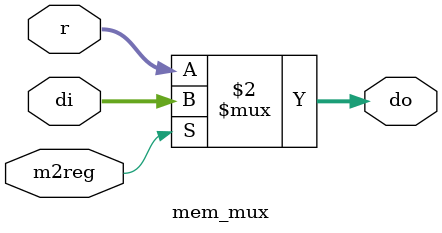
<source format=v>
`timescale 1ns / 1ps


module mem_mux(r, di, m2reg, do);
    input [31:0] r;
    input [31:0] di;
    input m2reg;
    output [31:0] do;

    assign do = (m2reg == 1) ? di : r;
    
endmodule

</source>
